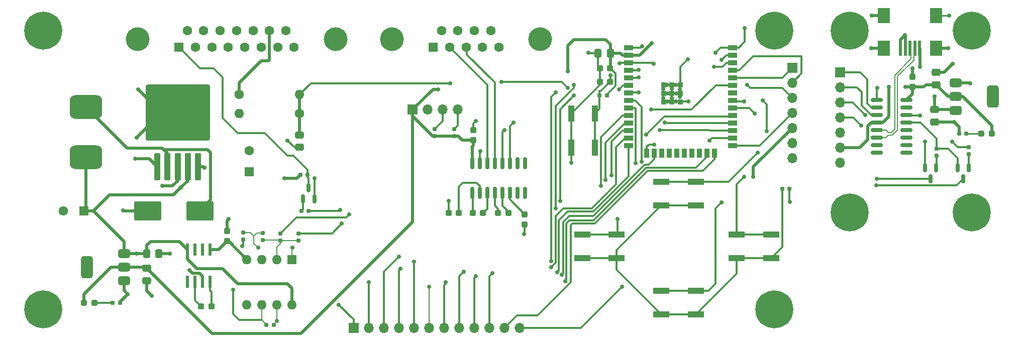
<source format=gbr>
%TF.GenerationSoftware,KiCad,Pcbnew,8.0.4*%
%TF.CreationDate,2024-07-28T20:14:14+02:00*%
%TF.ProjectId,BLDC_driver,424c4443-5f64-4726-9976-65722e6b6963,rev?*%
%TF.SameCoordinates,Original*%
%TF.FileFunction,Copper,L1,Top*%
%TF.FilePolarity,Positive*%
%FSLAX46Y46*%
G04 Gerber Fmt 4.6, Leading zero omitted, Abs format (unit mm)*
G04 Created by KiCad (PCBNEW 8.0.4) date 2024-07-28 20:14:14*
%MOMM*%
%LPD*%
G01*
G04 APERTURE LIST*
G04 Aperture macros list*
%AMRoundRect*
0 Rectangle with rounded corners*
0 $1 Rounding radius*
0 $2 $3 $4 $5 $6 $7 $8 $9 X,Y pos of 4 corners*
0 Add a 4 corners polygon primitive as box body*
4,1,4,$2,$3,$4,$5,$6,$7,$8,$9,$2,$3,0*
0 Add four circle primitives for the rounded corners*
1,1,$1+$1,$2,$3*
1,1,$1+$1,$4,$5*
1,1,$1+$1,$6,$7*
1,1,$1+$1,$8,$9*
0 Add four rect primitives between the rounded corners*
20,1,$1+$1,$2,$3,$4,$5,0*
20,1,$1+$1,$4,$5,$6,$7,0*
20,1,$1+$1,$6,$7,$8,$9,0*
20,1,$1+$1,$8,$9,$2,$3,0*%
G04 Aperture macros list end*
%TA.AperFunction,SMDPad,CuDef*%
%ADD10R,0.500000X2.500000*%
%TD*%
%TA.AperFunction,SMDPad,CuDef*%
%ADD11R,2.000000X2.500000*%
%TD*%
%TA.AperFunction,SMDPad,CuDef*%
%ADD12R,2.800000X1.000000*%
%TD*%
%TA.AperFunction,SMDPad,CuDef*%
%ADD13R,1.000000X2.800000*%
%TD*%
%TA.AperFunction,ComponentPad*%
%ADD14R,1.700000X1.700000*%
%TD*%
%TA.AperFunction,ComponentPad*%
%ADD15O,1.700000X1.700000*%
%TD*%
%TA.AperFunction,SMDPad,CuDef*%
%ADD16RoundRect,0.160000X0.160000X-0.197500X0.160000X0.197500X-0.160000X0.197500X-0.160000X-0.197500X0*%
%TD*%
%TA.AperFunction,SMDPad,CuDef*%
%ADD17RoundRect,0.375000X-0.625000X-0.375000X0.625000X-0.375000X0.625000X0.375000X-0.625000X0.375000X0*%
%TD*%
%TA.AperFunction,SMDPad,CuDef*%
%ADD18RoundRect,0.500000X-0.500000X-1.400000X0.500000X-1.400000X0.500000X1.400000X-0.500000X1.400000X0*%
%TD*%
%TA.AperFunction,SMDPad,CuDef*%
%ADD19RoundRect,0.375000X0.625000X0.375000X-0.625000X0.375000X-0.625000X-0.375000X0.625000X-0.375000X0*%
%TD*%
%TA.AperFunction,SMDPad,CuDef*%
%ADD20RoundRect,0.500000X0.500000X1.400000X-0.500000X1.400000X-0.500000X-1.400000X0.500000X-1.400000X0*%
%TD*%
%TA.AperFunction,SMDPad,CuDef*%
%ADD21RoundRect,0.250000X-2.000000X1.400000X-2.000000X-1.400000X2.000000X-1.400000X2.000000X1.400000X0*%
%TD*%
%TA.AperFunction,SMDPad,CuDef*%
%ADD22R,0.900000X0.900000*%
%TD*%
%TA.AperFunction,SMDPad,CuDef*%
%ADD23R,1.500000X0.900000*%
%TD*%
%TA.AperFunction,SMDPad,CuDef*%
%ADD24R,0.900000X1.500000*%
%TD*%
%TA.AperFunction,SMDPad,CuDef*%
%ADD25RoundRect,0.150000X-0.825000X-0.150000X0.825000X-0.150000X0.825000X0.150000X-0.825000X0.150000X0*%
%TD*%
%TA.AperFunction,SMDPad,CuDef*%
%ADD26RoundRect,0.150000X0.150000X-0.850000X0.150000X0.850000X-0.150000X0.850000X-0.150000X-0.850000X0*%
%TD*%
%TA.AperFunction,SMDPad,CuDef*%
%ADD27R,0.600000X2.000000*%
%TD*%
%TA.AperFunction,ComponentPad*%
%ADD28O,1.600000X1.600000*%
%TD*%
%TA.AperFunction,ComponentPad*%
%ADD29R,1.600000X1.600000*%
%TD*%
%TA.AperFunction,SMDPad,CuDef*%
%ADD30RoundRect,0.250000X0.300000X-2.050000X0.300000X2.050000X-0.300000X2.050000X-0.300000X-2.050000X0*%
%TD*%
%TA.AperFunction,SMDPad,CuDef*%
%ADD31RoundRect,0.250000X2.375000X-2.025000X2.375000X2.025000X-2.375000X2.025000X-2.375000X-2.025000X0*%
%TD*%
%TA.AperFunction,SMDPad,CuDef*%
%ADD32RoundRect,0.250002X5.149998X-4.449998X5.149998X4.449998X-5.149998X4.449998X-5.149998X-4.449998X0*%
%TD*%
%TA.AperFunction,SMDPad,CuDef*%
%ADD33RoundRect,0.160000X0.197500X0.160000X-0.197500X0.160000X-0.197500X-0.160000X0.197500X-0.160000X0*%
%TD*%
%TA.AperFunction,SMDPad,CuDef*%
%ADD34RoundRect,0.160000X-0.197500X-0.160000X0.197500X-0.160000X0.197500X0.160000X-0.197500X0.160000X0*%
%TD*%
%TA.AperFunction,SMDPad,CuDef*%
%ADD35RoundRect,0.160000X-0.160000X0.197500X-0.160000X-0.197500X0.160000X-0.197500X0.160000X0.197500X0*%
%TD*%
%TA.AperFunction,ComponentPad*%
%ADD36C,1.600000*%
%TD*%
%TA.AperFunction,SMDPad,CuDef*%
%ADD37RoundRect,0.150000X-0.150000X0.587500X-0.150000X-0.587500X0.150000X-0.587500X0.150000X0.587500X0*%
%TD*%
%TA.AperFunction,SMDPad,CuDef*%
%ADD38RoundRect,0.150000X0.150000X-0.587500X0.150000X0.587500X-0.150000X0.587500X-0.150000X-0.587500X0*%
%TD*%
%TA.AperFunction,SMDPad,CuDef*%
%ADD39RoundRect,1.000000X-1.750000X1.000000X-1.750000X-1.000000X1.750000X-1.000000X1.750000X1.000000X0*%
%TD*%
%TA.AperFunction,ComponentPad*%
%ADD40C,4.000000*%
%TD*%
%TA.AperFunction,ComponentPad*%
%ADD41C,0.800000*%
%TD*%
%TA.AperFunction,ComponentPad*%
%ADD42C,6.400000*%
%TD*%
%TA.AperFunction,SMDPad,CuDef*%
%ADD43RoundRect,0.237500X-0.287500X-0.237500X0.287500X-0.237500X0.287500X0.237500X-0.287500X0.237500X0*%
%TD*%
%TA.AperFunction,SMDPad,CuDef*%
%ADD44RoundRect,0.237500X0.287500X0.237500X-0.287500X0.237500X-0.287500X-0.237500X0.287500X-0.237500X0*%
%TD*%
%TA.AperFunction,SMDPad,CuDef*%
%ADD45RoundRect,0.237500X0.237500X-0.300000X0.237500X0.300000X-0.237500X0.300000X-0.237500X-0.300000X0*%
%TD*%
%TA.AperFunction,SMDPad,CuDef*%
%ADD46RoundRect,0.250000X0.475000X-0.337500X0.475000X0.337500X-0.475000X0.337500X-0.475000X-0.337500X0*%
%TD*%
%TA.AperFunction,SMDPad,CuDef*%
%ADD47RoundRect,0.250000X-0.475000X0.337500X-0.475000X-0.337500X0.475000X-0.337500X0.475000X0.337500X0*%
%TD*%
%TA.AperFunction,SMDPad,CuDef*%
%ADD48RoundRect,0.237500X-0.237500X0.300000X-0.237500X-0.300000X0.237500X-0.300000X0.237500X0.300000X0*%
%TD*%
%TA.AperFunction,SMDPad,CuDef*%
%ADD49RoundRect,0.237500X0.300000X0.237500X-0.300000X0.237500X-0.300000X-0.237500X0.300000X-0.237500X0*%
%TD*%
%TA.AperFunction,SMDPad,CuDef*%
%ADD50RoundRect,0.237500X-0.300000X-0.237500X0.300000X-0.237500X0.300000X0.237500X-0.300000X0.237500X0*%
%TD*%
%TA.AperFunction,SMDPad,CuDef*%
%ADD51RoundRect,0.250000X-0.337500X-0.475000X0.337500X-0.475000X0.337500X0.475000X-0.337500X0.475000X0*%
%TD*%
%TA.AperFunction,SMDPad,CuDef*%
%ADD52RoundRect,0.250000X0.337500X0.475000X-0.337500X0.475000X-0.337500X-0.475000X0.337500X-0.475000X0*%
%TD*%
%TA.AperFunction,ViaPad*%
%ADD53C,0.700000*%
%TD*%
%TA.AperFunction,Conductor*%
%ADD54C,0.300000*%
%TD*%
%TA.AperFunction,Conductor*%
%ADD55C,0.500000*%
%TD*%
%TA.AperFunction,Conductor*%
%ADD56C,0.200000*%
%TD*%
%TA.AperFunction,Conductor*%
%ADD57C,0.250000*%
%TD*%
G04 APERTURE END LIST*
D10*
%TO.P,J7,1,VBUS*%
%TO.N,/+5V USB*%
X198450000Y-57600000D03*
%TO.P,J7,2,D-*%
%TO.N,/D-*%
X197650000Y-57600000D03*
%TO.P,J7,3,D+*%
%TO.N,/D+*%
X196850000Y-57600000D03*
%TO.P,J7,4,ID*%
%TO.N,GND1*%
X196050000Y-57600000D03*
%TO.P,J7,5,GND*%
X195250000Y-57600000D03*
D11*
%TO.P,J7,6,Shield*%
X201250000Y-57600000D03*
X201250000Y-52100000D03*
X192450000Y-57600000D03*
X192450000Y-52100000D03*
%TD*%
D12*
%TO.P,SW5,1,1*%
%TO.N,/SW4*%
X141615000Y-88975000D03*
X147415000Y-88975000D03*
%TO.P,SW5,2,2*%
%TO.N,Net-(R11-Pad1)*%
X141615000Y-92975000D03*
X147415000Y-92975000D03*
%TD*%
%TO.P,SW4,1,1*%
%TO.N,/SW3*%
X167650000Y-88975000D03*
X173450000Y-88975000D03*
%TO.P,SW4,2,2*%
%TO.N,Net-(R11-Pad1)*%
X167650000Y-92975000D03*
X173450000Y-92975000D03*
%TD*%
%TO.P,SW3,1,1*%
%TO.N,/SW2*%
X154950000Y-98500000D03*
X160750000Y-98500000D03*
%TO.P,SW3,2,2*%
%TO.N,Net-(R11-Pad1)*%
X154950000Y-102500000D03*
X160750000Y-102500000D03*
%TD*%
%TO.P,SW2,1,1*%
%TO.N,/SW1*%
X154950000Y-80085000D03*
X160750000Y-80085000D03*
%TO.P,SW2,2,2*%
%TO.N,Net-(R11-Pad1)*%
X154950000Y-84085000D03*
X160750000Y-84085000D03*
%TD*%
D13*
%TO.P,RESET,1,1*%
%TO.N,GND*%
X139764000Y-74380000D03*
X139764000Y-68580000D03*
%TO.P,RESET,2,2*%
%TO.N,/EN*%
X143764000Y-74380000D03*
X143764000Y-68580000D03*
%TD*%
D14*
%TO.P,J4,1,Pin_1*%
%TO.N,/IO32*%
X103090000Y-104750000D03*
D15*
%TO.P,J4,2,Pin_2*%
%TO.N,/IO33*%
X105630000Y-104750000D03*
%TO.P,J4,3,Pin_3*%
%TO.N,/IO35*%
X108170000Y-104750000D03*
%TO.P,J4,4,Pin_4*%
%TO.N,/IO36*%
X110710000Y-104750000D03*
%TO.P,J4,5,Pin_5*%
%TO.N,/IO39*%
X113250000Y-104750000D03*
%TO.P,J4,6,Pin_6*%
%TO.N,/CTRL*%
X115790000Y-104750000D03*
%TO.P,J4,7,Pin_7*%
%TO.N,/IO15*%
X118330000Y-104750000D03*
%TO.P,J4,8,Pin_8*%
%TO.N,/IO14*%
X120870000Y-104750000D03*
%TO.P,J4,9,Pin_9*%
%TO.N,/IO13*%
X123410000Y-104750000D03*
%TO.P,J4,10,Pin_10*%
%TO.N,/IO12*%
X125950000Y-104750000D03*
%TO.P,J4,11,Pin_11*%
%TO.N,/IO2*%
X128490000Y-104750000D03*
%TO.P,J4,12,Pin_12*%
%TO.N,/IO4*%
X131030000Y-104750000D03*
%TD*%
D16*
%TO.P,R17,1*%
%TO.N,+3.3V*%
X120000000Y-72445000D03*
%TO.P,R17,2*%
%TO.N,/SDA*%
X120000000Y-71250000D03*
%TD*%
%TO.P,R16,1*%
%TO.N,+3.3V*%
X116750000Y-72445000D03*
%TO.P,R16,2*%
%TO.N,/SCL*%
X116750000Y-71250000D03*
%TD*%
D17*
%TO.P,U7,1,GND*%
%TO.N,GND1*%
X204495000Y-63450000D03*
%TO.P,U7,2,VO*%
%TO.N,/+3.3V USB*%
X204495000Y-65750000D03*
%TO.P,U7,3,VI*%
%TO.N,/+5V USB*%
X204495000Y-68050000D03*
D18*
%TO.P,U7,4*%
%TO.N,N/C*%
X210795000Y-65750000D03*
%TD*%
D19*
%TO.P,U3,1,GND*%
%TO.N,GND*%
X64400000Y-96800000D03*
%TO.P,U3,2,VO*%
%TO.N,+3.3V*%
X64400000Y-94500000D03*
%TO.P,U3,3,VI*%
%TO.N,+5V*%
X64400000Y-92200000D03*
D20*
%TO.P,U3,4*%
%TO.N,N/C*%
X58100000Y-94500000D03*
%TD*%
D14*
%TO.P,J6,1,Pin_1*%
%TO.N,/U0RX USB*%
X185025000Y-61650000D03*
D15*
%TO.P,J6,2,Pin_2*%
%TO.N,/U0TX USB*%
X185025000Y-64190000D03*
%TO.P,J6,3,Pin_3*%
%TO.N,/EN USB*%
X185025000Y-66730000D03*
%TO.P,J6,4,Pin_4*%
%TO.N,/GPIO0 USB*%
X185025000Y-69270000D03*
%TO.P,J6,5,Pin_5*%
%TO.N,/+5V USB*%
X185025000Y-71810000D03*
%TO.P,J6,6,Pin_6*%
%TO.N,/+3.3V USB*%
X185025000Y-74350000D03*
%TO.P,J6,7,Pin_7*%
%TO.N,GND1*%
X185025000Y-76890000D03*
%TD*%
D21*
%TO.P,D2,2,A*%
%TO.N,GND*%
X68350000Y-85000000D03*
%TO.P,D2,1,K*%
%TO.N,Net-(D2-K)*%
X77150000Y-85000000D03*
%TD*%
D22*
%TO.P,U1,39,GND_THERMAL*%
%TO.N,GND*%
X158100000Y-66610000D03*
X158100000Y-65210000D03*
X158100000Y-63810000D03*
X156700000Y-66610000D03*
X156700000Y-66610000D03*
X156700000Y-65210000D03*
X156700000Y-63810000D03*
X155300000Y-66610000D03*
X155300000Y-66610000D03*
X155300000Y-65210000D03*
X155300000Y-63810000D03*
X155300000Y-63810000D03*
D23*
%TO.P,U1,38,GND*%
X166950000Y-57490000D03*
%TO.P,U1,37,GPIO23*%
%TO.N,/SW2*%
X166950000Y-58760000D03*
%TO.P,U1,36,GPIO22*%
%TO.N,/SCL*%
X166950000Y-60030000D03*
%TO.P,U1,35,U0TXD/GPIO1*%
%TO.N,/U0TX*%
X166950000Y-61300000D03*
%TO.P,U1,34,U0RXD/GPIO3*%
%TO.N,/U0RX*%
X166950000Y-62570000D03*
%TO.P,U1,33,GPIO21*%
%TO.N,/SDA*%
X166950000Y-63840000D03*
%TO.P,U1,32,NC*%
%TO.N,unconnected-(U1-NC-Pad32)*%
X166950000Y-65110000D03*
%TO.P,U1,31,GPIO19*%
%TO.N,/SW3*%
X166950000Y-66380000D03*
%TO.P,U1,30,GPIO18*%
%TO.N,/SW1*%
X166950000Y-67650000D03*
%TO.P,U1,29,GPIO5*%
%TO.N,/SW4*%
X166950000Y-68920000D03*
%TO.P,U1,28,GPIO17*%
%TO.N,/U2TX*%
X166950000Y-70190000D03*
%TO.P,U1,27,GPIO16*%
%TO.N,/U2RX*%
X166950000Y-71460000D03*
%TO.P,U1,26,ADC2_CH0/GPIO4*%
%TO.N,/IO4*%
X166950000Y-72730000D03*
%TO.P,U1,25,GPIO0/BOOT/ADC2_CH1*%
%TO.N,/GPIO0*%
X166950000Y-74000000D03*
D24*
%TO.P,U1,24,ADC2_CH2/GPIO2*%
%TO.N,/IO2*%
X163910000Y-75250000D03*
%TO.P,U1,23,MTDO/GPIO15/ADC2_CH3*%
%TO.N,/IO15*%
X162640000Y-75250000D03*
%TO.P,U1,22,NC*%
%TO.N,unconnected-(U1-NC-Pad22)*%
X161370000Y-75250000D03*
%TO.P,U1,21,NC*%
%TO.N,unconnected-(U1-NC-Pad21)*%
X160100000Y-75250000D03*
%TO.P,U1,20,NC*%
%TO.N,unconnected-(U1-NC-Pad20)*%
X158830000Y-75250000D03*
%TO.P,U1,19,NC*%
%TO.N,unconnected-(U1-NC-Pad19)*%
X157560000Y-75250000D03*
%TO.P,U1,18,NC*%
%TO.N,unconnected-(U1-NC-Pad18)*%
X156290000Y-75250000D03*
%TO.P,U1,17,NC*%
%TO.N,unconnected-(U1-NC-Pad17)*%
X155020000Y-75250000D03*
%TO.P,U1,16,MTCK/GPIO13/ADC2_CH4*%
%TO.N,/IO13*%
X153750000Y-75250000D03*
%TO.P,U1,15,GND*%
%TO.N,GND*%
X152480000Y-75250000D03*
D23*
%TO.P,U1,14,MTDI/GPIO12/ADC2_CH5*%
%TO.N,/IO12*%
X149450000Y-74000000D03*
%TO.P,U1,13,MTMS/GPIO14/ADC2_CH6*%
%TO.N,/IO14*%
X149450000Y-72730000D03*
%TO.P,U1,12,ADC2_CH7/GPIO27*%
%TO.N,/DIR control*%
X149450000Y-71460000D03*
%TO.P,U1,11,DAC_2/ADC2_CH9/GPIO26*%
%TO.N,/DAC2*%
X149450000Y-70190000D03*
%TO.P,U1,10,DAC_1/ADC2_CH8/GPIO25*%
%TO.N,/DAC1*%
X149450000Y-68920000D03*
%TO.P,U1,9,32K_XN/GPIO33/ADC1_CH5*%
%TO.N,/IO33*%
X149450000Y-67650000D03*
%TO.P,U1,8,32K_XP/GPIO32/ADC1_CH4*%
%TO.N,/IO32*%
X149450000Y-66380000D03*
%TO.P,U1,7,GPIO35/ADC1_CH7*%
%TO.N,/IO35*%
X149450000Y-65110000D03*
%TO.P,U1,6,GPIO34/ADC1_CH6*%
%TO.N,/RPM DIVIDED*%
X149450000Y-63840000D03*
%TO.P,U1,5,SENSOR_VN/GPIO39/ADC1_CH3*%
%TO.N,/IO39*%
X149450000Y-62570000D03*
%TO.P,U1,4,SENSOR_VP/GPIO36/ADC1_CH0*%
%TO.N,/IO36*%
X149450000Y-61300000D03*
%TO.P,U1,3,EN/CHIP_PU*%
%TO.N,/EN*%
X149450000Y-60030000D03*
%TO.P,U1,2,3V3*%
%TO.N,+3.3V*%
X149450000Y-58760000D03*
%TO.P,U1,1,GND*%
%TO.N,GND*%
X149450000Y-57490000D03*
%TD*%
D15*
%TO.P,J3,7,Pin_7*%
%TO.N,GND*%
X177000000Y-76115000D03*
%TO.P,J3,6,Pin_6*%
%TO.N,+3.3V*%
X177000000Y-73575000D03*
%TO.P,J3,5,Pin_5*%
%TO.N,+5V*%
X177000000Y-71035000D03*
%TO.P,J3,4,Pin_4*%
%TO.N,/GPIO0*%
X177000000Y-68495000D03*
%TO.P,J3,3,Pin_3*%
%TO.N,/EN*%
X177000000Y-65955000D03*
%TO.P,J3,2,Pin_2*%
%TO.N,/U0TX*%
X177000000Y-63415000D03*
D14*
%TO.P,J3,1,Pin_1*%
%TO.N,/U0RX*%
X177000000Y-60875000D03*
%TD*%
D25*
%TO.P,U8,16,VCC*%
%TO.N,/+3.3V USB*%
X196225000Y-66305000D03*
%TO.P,U8,15,R232*%
%TO.N,unconnected-(U8-R232-Pad15)*%
X196225000Y-67575000D03*
%TO.P,U8,14,~{RTS}*%
%TO.N,/RTS*%
X196225000Y-68845000D03*
%TO.P,U8,13,~{DTR}*%
%TO.N,/DTR*%
X196225000Y-70115000D03*
%TO.P,U8,12,~{DCD}*%
%TO.N,unconnected-(U8-~{DCD}-Pad12)*%
X196225000Y-71385000D03*
%TO.P,U8,11,~{RI}*%
%TO.N,unconnected-(U8-~{RI}-Pad11)*%
X196225000Y-72655000D03*
%TO.P,U8,10,~{DSR}*%
%TO.N,unconnected-(U8-~{DSR}-Pad10)*%
X196225000Y-73925000D03*
%TO.P,U8,9,~{CTS}*%
%TO.N,unconnected-(U8-~{CTS}-Pad9)*%
X196225000Y-75195000D03*
%TO.P,U8,8,NC*%
%TO.N,unconnected-(U8-NC-Pad8)*%
X191275000Y-75195000D03*
%TO.P,U8,7,NC*%
%TO.N,unconnected-(U8-NC-Pad7)*%
X191275000Y-73925000D03*
%TO.P,U8,6,UD-*%
%TO.N,/D-*%
X191275000Y-72655000D03*
%TO.P,U8,5,UD+*%
%TO.N,/D+*%
X191275000Y-71385000D03*
%TO.P,U8,4,V3*%
%TO.N,/+3.3V USB*%
X191275000Y-70115000D03*
%TO.P,U8,3,RXD*%
%TO.N,/U0TX USB*%
X191275000Y-68845000D03*
%TO.P,U8,2,TXD*%
%TO.N,/U0RX USB*%
X191275000Y-67575000D03*
%TO.P,U8,1,GND*%
%TO.N,GND1*%
X191275000Y-66305000D03*
%TD*%
D26*
%TO.P,U6,1,C1+*%
%TO.N,Net-(U6-C1+)*%
X123055000Y-82000000D03*
%TO.P,U6,2,VS+*%
%TO.N,Net-(U6-VS+)*%
X124325000Y-82000000D03*
%TO.P,U6,3,C1-*%
%TO.N,Net-(U6-C1-)*%
X125595000Y-82000000D03*
%TO.P,U6,4,C2+*%
%TO.N,Net-(U6-C2+)*%
X126865000Y-82000000D03*
%TO.P,U6,5,C2-*%
%TO.N,Net-(U6-C2-)*%
X128135000Y-82000000D03*
%TO.P,U6,6,VS-*%
%TO.N,Net-(U6-VS-)*%
X129405000Y-82000000D03*
%TO.P,U6,7,T2OUT*%
%TO.N,unconnected-(U6-T2OUT-Pad7)*%
X130675000Y-82000000D03*
%TO.P,U6,8,R2IN*%
%TO.N,unconnected-(U6-R2IN-Pad8)*%
X131945000Y-82000000D03*
%TO.P,U6,9,R2OUT*%
%TO.N,unconnected-(U6-R2OUT-Pad9)*%
X131945000Y-77000000D03*
%TO.P,U6,10,T2IN*%
%TO.N,unconnected-(U6-T2IN-Pad10)*%
X130675000Y-77000000D03*
%TO.P,U6,11,T1IN*%
%TO.N,/U2TX*%
X129405000Y-77000000D03*
%TO.P,U6,12,R1OUT*%
%TO.N,/U2RX*%
X128135000Y-77000000D03*
%TO.P,U6,13,R1IN*%
%TO.N,/R1IN*%
X126865000Y-77000000D03*
%TO.P,U6,14,T1OUT*%
%TO.N,/T1OUT*%
X125595000Y-77000000D03*
%TO.P,U6,15,GND*%
%TO.N,GND*%
X124325000Y-77000000D03*
%TO.P,U6,16,VCC*%
%TO.N,+3.3V*%
X123055000Y-77000000D03*
%TD*%
D27*
%TO.P,U5,8,V+*%
%TO.N,+5V*%
X75095000Y-91525000D03*
%TO.P,U5,7,OSC*%
%TO.N,unconnected-(U5-OSC-Pad7)*%
X76365000Y-91525000D03*
%TO.P,U5,6,LV*%
%TO.N,unconnected-(U5-LV-Pad6)*%
X77635000Y-91525000D03*
%TO.P,U5,5,VOUT*%
%TO.N,-5V*%
X78905000Y-91525000D03*
%TO.P,U5,4,CAP-*%
%TO.N,Net-(U5-CAP-)*%
X78905000Y-96975000D03*
%TO.P,U5,3,GND*%
%TO.N,GND*%
X77635000Y-96975000D03*
%TO.P,U5,2,CAP+*%
%TO.N,Net-(U5-CAP+)*%
X76365000Y-96975000D03*
%TO.P,U5,1,NC*%
%TO.N,unconnected-(U5-NC-Pad1)*%
X75095000Y-96975000D03*
%TD*%
D28*
%TO.P,U4,8,V+*%
%TO.N,+5V*%
X92700000Y-100820000D03*
%TO.P,U4,7*%
%TO.N,/CTRL*%
X90160000Y-100820000D03*
%TO.P,U4,6,-*%
%TO.N,Net-(U4B--)*%
X87620000Y-100820000D03*
%TO.P,U4,5,+*%
%TO.N,GND*%
X85080000Y-100820000D03*
%TO.P,U4,4,V-*%
%TO.N,-5V*%
X85080000Y-93200000D03*
%TO.P,U4,3,+*%
%TO.N,GND*%
X87620000Y-93200000D03*
%TO.P,U4,2,-*%
%TO.N,Net-(U4A--)*%
X90160000Y-93200000D03*
D29*
%TO.P,U4,1*%
%TO.N,Net-(R5-Pad2)*%
X92700000Y-93200000D03*
%TD*%
D30*
%TO.P,U2,5,~{ON}/OFF*%
%TO.N,GND*%
X76825000Y-77615000D03*
%TO.P,U2,4,FB*%
%TO.N,+5V*%
X75125000Y-77615000D03*
D31*
%TO.P,U2,3,GND*%
%TO.N,GND*%
X76200000Y-66040000D03*
X70650000Y-66040000D03*
D32*
X73425000Y-68465000D03*
D31*
X76200000Y-70890000D03*
X70650000Y-70890000D03*
D30*
X73425000Y-77615000D03*
%TO.P,U2,2,OUT*%
%TO.N,Net-(D2-K)*%
X71725000Y-77615000D03*
%TO.P,U2,1,VIN*%
%TO.N,+24V*%
X70025000Y-77615000D03*
%TD*%
D16*
%TO.P,R15,1*%
%TO.N,Net-(Q3-G)*%
X206737500Y-75485000D03*
%TO.P,R15,2*%
%TO.N,/RTS*%
X206737500Y-74290000D03*
%TD*%
%TO.P,R14,1*%
%TO.N,Net-(Q2-G)*%
X201300000Y-75722500D03*
%TO.P,R14,2*%
%TO.N,/DTR*%
X201300000Y-74527500D03*
%TD*%
D33*
%TO.P,R13,2*%
%TO.N,GND1*%
X205152500Y-72000000D03*
%TO.P,R13,1*%
%TO.N,Net-(D3-K)*%
X206347500Y-72000000D03*
%TD*%
%TO.P,R12,1*%
%TO.N,/DIR control*%
X95490000Y-85011500D03*
%TO.P,R12,2*%
%TO.N,Net-(Q1-G)*%
X94295000Y-85011500D03*
%TD*%
D34*
%TO.P,R11,1*%
%TO.N,Net-(R11-Pad1)*%
X175335000Y-81280000D03*
%TO.P,R11,2*%
%TO.N,GND*%
X176530000Y-81280000D03*
%TD*%
%TO.P,R10,1*%
%TO.N,+5V*%
X94116000Y-78915500D03*
%TO.P,R10,2*%
%TO.N,/DIR*%
X95311000Y-78915500D03*
%TD*%
D35*
%TO.P,R9,2*%
%TO.N,Net-(U4A--)*%
X93750000Y-89988000D03*
%TO.P,R9,1*%
%TO.N,/DAC2*%
X93750000Y-88793000D03*
%TD*%
%TO.P,R8,2*%
%TO.N,Net-(U4B--)*%
X84500000Y-89835500D03*
%TO.P,R8,1*%
%TO.N,Net-(R5-Pad2)*%
X84500000Y-88640500D03*
%TD*%
%TO.P,R7,2*%
%TO.N,Net-(U4A--)*%
X90750000Y-89988000D03*
%TO.P,R7,1*%
%TO.N,/DAC1*%
X90750000Y-88793000D03*
%TD*%
D34*
%TO.P,R6,2*%
%TO.N,/CTRL*%
X89597500Y-104238000D03*
%TO.P,R6,1*%
%TO.N,Net-(U4B--)*%
X88402500Y-104238000D03*
%TD*%
D16*
%TO.P,R5,2*%
%TO.N,Net-(R5-Pad2)*%
X87750000Y-88738000D03*
%TO.P,R5,1*%
%TO.N,Net-(U4A--)*%
X87750000Y-89933000D03*
%TD*%
D34*
%TO.P,R4,1*%
%TO.N,Net-(D1-K)*%
X62500000Y-100500000D03*
%TO.P,R4,2*%
%TO.N,GND*%
X63695000Y-100500000D03*
%TD*%
D36*
%TO.P,R3,1*%
%TO.N,/RPM DIVIDED*%
X93980000Y-68580000D03*
D28*
%TO.P,R3,2*%
%TO.N,GND*%
X83820000Y-68580000D03*
%TD*%
D33*
%TO.P,R2,2*%
%TO.N,/EN*%
X144538100Y-65532000D03*
%TO.P,R2,1*%
%TO.N,+3.3V*%
X145733100Y-65532000D03*
%TD*%
D36*
%TO.P,R1,1*%
%TO.N,/RPM*%
X83820000Y-65405000D03*
D28*
%TO.P,R1,2*%
%TO.N,/RPM DIVIDED*%
X93980000Y-65405000D03*
%TD*%
D37*
%TO.P,Q3,1,G*%
%TO.N,Net-(Q3-G)*%
X206750000Y-77750000D03*
%TO.P,Q3,2,S*%
%TO.N,/DTR*%
X204850000Y-77750000D03*
%TO.P,Q3,3,D*%
%TO.N,/GPIO0 USB*%
X205800000Y-79625000D03*
%TD*%
%TO.P,Q2,1,G*%
%TO.N,Net-(Q2-G)*%
X201250000Y-77750000D03*
%TO.P,Q2,2,S*%
%TO.N,/RTS*%
X199350000Y-77750000D03*
%TO.P,Q2,3,D*%
%TO.N,/EN USB*%
X200300000Y-79625000D03*
%TD*%
D38*
%TO.P,Q1,1,G*%
%TO.N,Net-(Q1-G)*%
X94554000Y-82979500D03*
%TO.P,Q1,2,S*%
%TO.N,GND*%
X96454000Y-82979500D03*
%TO.P,Q1,3,D*%
%TO.N,/DIR*%
X95504000Y-81104500D03*
%TD*%
D39*
%TO.P,L1,2,2*%
%TO.N,+5V*%
X58000000Y-76000000D03*
%TO.P,L1,1,1*%
%TO.N,Net-(D2-K)*%
X58000000Y-67500000D03*
%TD*%
D40*
%TO.P,J5,0,PAD*%
%TO.N,GND*%
X134535000Y-56030000D03*
X109535000Y-56030000D03*
D29*
%TO.P,J5,1,1*%
%TO.N,unconnected-(J5-Pad1)*%
X116495000Y-57450000D03*
D36*
%TO.P,J5,2,2*%
%TO.N,/T1OUT*%
X119265000Y-57450000D03*
%TO.P,J5,3,3*%
%TO.N,/R1IN*%
X122035000Y-57450000D03*
%TO.P,J5,4,4*%
%TO.N,unconnected-(J5-Pad4)*%
X124805000Y-57450000D03*
%TO.P,J5,5,5*%
%TO.N,GND*%
X127575000Y-57450000D03*
%TO.P,J5,6,6*%
%TO.N,unconnected-(J5-Pad6)*%
X117880000Y-54610000D03*
%TO.P,J5,7,7*%
%TO.N,unconnected-(J5-Pad7)*%
X120650000Y-54610000D03*
%TO.P,J5,8,8*%
%TO.N,unconnected-(J5-Pad8)*%
X123420000Y-54610000D03*
%TO.P,J5,9,9*%
%TO.N,unconnected-(J5-Pad9)*%
X126190000Y-54610000D03*
%TD*%
D14*
%TO.P,J2,1,Pin_1*%
%TO.N,+3.3V*%
X113030000Y-67945000D03*
D15*
%TO.P,J2,2,Pin_2*%
%TO.N,GND*%
X115570000Y-67945000D03*
%TO.P,J2,3,Pin_3*%
%TO.N,/SCL*%
X118110000Y-67945000D03*
%TO.P,J2,4,Pin_4*%
%TO.N,/SDA*%
X120650000Y-67945000D03*
%TD*%
D41*
%TO.P,H4,1,1*%
%TO.N,GND*%
X171590000Y-101600000D03*
X172292944Y-99902944D03*
X172292944Y-103297056D03*
X173990000Y-99200000D03*
D42*
X173990000Y-101600000D03*
D41*
X173990000Y-104000000D03*
X175687056Y-99902944D03*
X175687056Y-103297056D03*
X176390000Y-101600000D03*
%TD*%
%TO.P,H3,1,1*%
%TO.N,GND*%
X171590000Y-54610000D03*
X172292944Y-52912944D03*
X172292944Y-56307056D03*
X173990000Y-52210000D03*
D42*
X173990000Y-54610000D03*
D41*
X173990000Y-57010000D03*
X175687056Y-52912944D03*
X175687056Y-56307056D03*
X176390000Y-54610000D03*
%TD*%
%TO.P,H8,1,1*%
%TO.N,GND1*%
X209617944Y-85250000D03*
X208915000Y-86947056D03*
X208915000Y-83552944D03*
X207217944Y-87650000D03*
D42*
X207217944Y-85250000D03*
D41*
X207217944Y-82850000D03*
X205520888Y-86947056D03*
X205520888Y-83552944D03*
X204817944Y-85250000D03*
%TD*%
%TO.P,H7,1,1*%
%TO.N,GND1*%
X204817944Y-54610000D03*
X205520888Y-52912944D03*
X205520888Y-56307056D03*
X207217944Y-52210000D03*
D42*
X207217944Y-54610000D03*
D41*
X207217944Y-57010000D03*
X208915000Y-52912944D03*
X208915000Y-56307056D03*
X209617944Y-54610000D03*
%TD*%
%TO.P,H2,1,1*%
%TO.N,GND*%
X48400000Y-54610000D03*
X49102944Y-52912944D03*
X49102944Y-56307056D03*
X50800000Y-52210000D03*
D42*
X50800000Y-54610000D03*
D41*
X50800000Y-57010000D03*
X52497056Y-52912944D03*
X52497056Y-56307056D03*
X53200000Y-54610000D03*
%TD*%
%TO.P,H1,1,1*%
%TO.N,GND*%
X53200000Y-101600000D03*
X52497056Y-103297056D03*
X52497056Y-99902944D03*
X50800000Y-104000000D03*
D42*
X50800000Y-101600000D03*
D41*
X50800000Y-99200000D03*
X49102944Y-103297056D03*
X49102944Y-99902944D03*
X48400000Y-101600000D03*
%TD*%
%TO.P,H6,1,1*%
%TO.N,GND1*%
X184290000Y-54610000D03*
X184992944Y-52912944D03*
X184992944Y-56307056D03*
X186690000Y-52210000D03*
D42*
X186690000Y-54610000D03*
D41*
X186690000Y-57010000D03*
X188387056Y-52912944D03*
X188387056Y-56307056D03*
X189090000Y-54610000D03*
%TD*%
%TO.P,H5,1,1*%
%TO.N,GND1*%
X189090000Y-85250000D03*
X188387056Y-86947056D03*
X188387056Y-83552944D03*
X186690000Y-87650000D03*
D42*
X186690000Y-85250000D03*
D41*
X186690000Y-82850000D03*
X184992944Y-86947056D03*
X184992944Y-83552944D03*
X184290000Y-85250000D03*
%TD*%
D43*
%TO.P,D3,2,A*%
%TO.N,/+3.3V USB*%
X210625000Y-72000000D03*
%TO.P,D3,1,K*%
%TO.N,Net-(D3-K)*%
X208875000Y-72000000D03*
%TD*%
D44*
%TO.P,D1,1,K*%
%TO.N,Net-(D1-K)*%
X59375000Y-100500000D03*
%TO.P,D1,2,A*%
%TO.N,+3.3V*%
X57625000Y-100500000D03*
%TD*%
D45*
%TO.P,C19,1*%
%TO.N,/+3.3V USB*%
X197250000Y-64112500D03*
%TO.P,C19,2*%
%TO.N,GND1*%
X197250000Y-62387500D03*
%TD*%
D46*
%TO.P,C18,1*%
%TO.N,/+3.3V USB*%
X201250000Y-63750000D03*
%TO.P,C18,2*%
%TO.N,GND1*%
X201250000Y-61675000D03*
%TD*%
D47*
%TO.P,C17,2*%
%TO.N,GND1*%
X201000000Y-70037500D03*
%TO.P,C17,1*%
%TO.N,/+5V USB*%
X201000000Y-67962500D03*
%TD*%
D48*
%TO.P,C16,1*%
%TO.N,Net-(U6-VS-)*%
X131915000Y-85590000D03*
%TO.P,C16,2*%
%TO.N,GND*%
X131915000Y-87315000D03*
%TD*%
D49*
%TO.P,C15,1*%
%TO.N,Net-(U6-VS+)*%
X120787500Y-85378000D03*
%TO.P,C15,2*%
%TO.N,GND*%
X119062500Y-85378000D03*
%TD*%
D50*
%TO.P,C14,1*%
%TO.N,Net-(U6-C1+)*%
X123137500Y-85378000D03*
%TO.P,C14,2*%
%TO.N,Net-(U6-C1-)*%
X124862500Y-85378000D03*
%TD*%
%TO.P,C13,1*%
%TO.N,Net-(U6-C2+)*%
X127422000Y-85378000D03*
%TO.P,C13,2*%
%TO.N,Net-(U6-C2-)*%
X129147000Y-85378000D03*
%TD*%
D45*
%TO.P,C12,1*%
%TO.N,+3.3V*%
X123250000Y-73112500D03*
%TO.P,C12,2*%
%TO.N,GND*%
X123250000Y-71387500D03*
%TD*%
D36*
%TO.P,C11,2*%
%TO.N,GND*%
X54152651Y-85000000D03*
D29*
%TO.P,C11,1*%
%TO.N,+5V*%
X57652651Y-85000000D03*
%TD*%
D49*
%TO.P,C10,2*%
%TO.N,GND*%
X144579000Y-63246000D03*
%TO.P,C10,1*%
%TO.N,/EN*%
X146304000Y-63246000D03*
%TD*%
D36*
%TO.P,C9,2*%
%TO.N,GND*%
X85500000Y-74902651D03*
D29*
%TO.P,C9,1*%
%TO.N,+24V*%
X85500000Y-78402651D03*
%TD*%
D50*
%TO.P,C8,1*%
%TO.N,Net-(U5-CAP+)*%
X77387500Y-101112500D03*
%TO.P,C8,2*%
%TO.N,Net-(U5-CAP-)*%
X79112500Y-101112500D03*
%TD*%
D47*
%TO.P,C6,1*%
%TO.N,/RPM DIVIDED*%
X93980000Y-72212500D03*
%TO.P,C6,2*%
%TO.N,GND*%
X93980000Y-74287500D03*
%TD*%
%TO.P,C5,1*%
%TO.N,+3.3V*%
X68250000Y-94712500D03*
%TO.P,C5,2*%
%TO.N,GND*%
X68250000Y-96787500D03*
%TD*%
D51*
%TO.P,C4,1*%
%TO.N,+5V*%
X68212500Y-92250000D03*
%TO.P,C4,2*%
%TO.N,GND*%
X70287500Y-92250000D03*
%TD*%
D48*
%TO.P,C3,1*%
%TO.N,GND*%
X81750000Y-88387500D03*
%TO.P,C3,2*%
%TO.N,-5V*%
X81750000Y-90112500D03*
%TD*%
D49*
%TO.P,C2,2*%
%TO.N,GND*%
X144579000Y-60960000D03*
%TO.P,C2,1*%
%TO.N,+3.3V*%
X146304000Y-60960000D03*
%TD*%
D52*
%TO.P,C1,2*%
%TO.N,GND*%
X144272000Y-58420000D03*
%TO.P,C1,1*%
%TO.N,+3.3V*%
X146347000Y-58420000D03*
%TD*%
D40*
%TO.P,J1,0,PAD*%
%TO.N,GND*%
X100010000Y-56030000D03*
X66710000Y-56030000D03*
D29*
%TO.P,J1,1,1*%
%TO.N,/DIR*%
X73665000Y-57450000D03*
D36*
%TO.P,J1,2,2*%
%TO.N,unconnected-(J1-Pad2)*%
X76435000Y-57450000D03*
%TO.P,J1,3,3*%
%TO.N,unconnected-(J1-Pad3)*%
X79205000Y-57450000D03*
%TO.P,J1,4,4*%
%TO.N,unconnected-(J1-Pad4)*%
X81975000Y-57450000D03*
%TO.P,J1,5,5*%
%TO.N,unconnected-(J1-Pad5)*%
X84745000Y-57450000D03*
%TO.P,J1,6,6*%
%TO.N,unconnected-(J1-Pad6)*%
X87515000Y-57450000D03*
%TO.P,J1,7,7*%
%TO.N,unconnected-(J1-Pad7)*%
X90285000Y-57450000D03*
%TO.P,J1,8,8*%
%TO.N,unconnected-(J1-Pad8)*%
X93055000Y-57450000D03*
%TO.P,J1,9,P9*%
%TO.N,/CTRL*%
X75050000Y-54610000D03*
%TO.P,J1,10,P10*%
%TO.N,unconnected-(J1-P10-Pad10)*%
X77820000Y-54610000D03*
%TO.P,J1,11,P111*%
%TO.N,unconnected-(J1-P111-Pad11)*%
X80590000Y-54610000D03*
%TO.P,J1,12,P12*%
%TO.N,GND*%
X83360000Y-54610000D03*
%TO.P,J1,13,P13*%
%TO.N,+24V*%
X86130000Y-54610000D03*
%TO.P,J1,14,P14*%
%TO.N,/RPM*%
X88900000Y-54610000D03*
%TO.P,J1,15,P15*%
%TO.N,unconnected-(J1-P15-Pad15)*%
X91670000Y-54610000D03*
%TD*%
D53*
%TO.N,GND1*%
X204317600Y-70053200D03*
%TO.N,GND*%
X64211200Y-84937600D03*
X139801600Y-76911200D03*
X142646400Y-58369200D03*
%TO.N,/EN*%
X146354800Y-62128400D03*
X147929600Y-60096400D03*
%TO.N,GND*%
X172720000Y-71577200D03*
X169011600Y-54203600D03*
X176631600Y-83464400D03*
X159512000Y-66598800D03*
X159410400Y-59436000D03*
X153771600Y-73812400D03*
X164084000Y-58318400D03*
X151681914Y-57244714D03*
X156006800Y-65176400D03*
X157429200Y-65176400D03*
X156718000Y-65938400D03*
X156006800Y-66598800D03*
X157378400Y-66598800D03*
X158089600Y-65836800D03*
X158089600Y-64516000D03*
X157378400Y-63804800D03*
X155905200Y-63804800D03*
X156718000Y-64465200D03*
X155295600Y-64465200D03*
X155295600Y-65989200D03*
X123698000Y-69850000D03*
X124460000Y-74930000D03*
X131826000Y-88900000D03*
X119126000Y-83312000D03*
%TO.N,Net-(U4B--)*%
X84328000Y-90932000D03*
X82804000Y-98298000D03*
%TO.N,GND*%
X82042000Y-86360000D03*
X65024000Y-99060000D03*
X69088000Y-99314000D03*
X72136000Y-92202000D03*
X75438000Y-94996000D03*
X70866000Y-80772000D03*
X77978000Y-77724000D03*
X66548000Y-72644000D03*
X66802000Y-64516000D03*
X96520000Y-79502000D03*
X91948000Y-73152000D03*
%TO.N,/IO32*%
X100584000Y-100838000D03*
X151638000Y-76708000D03*
%TO.N,/IO39*%
X113284000Y-93615000D03*
X137160000Y-84582000D03*
X140208000Y-63754000D03*
X151130000Y-62484000D03*
%TO.N,/RPM DIVIDED*%
X119380000Y-63500000D03*
X139192000Y-64262000D03*
X147828000Y-64516000D03*
X128016000Y-63246000D03*
%TO.N,/IO36*%
X110998000Y-94742000D03*
X136398000Y-93472000D03*
X137160000Y-65024000D03*
X151130000Y-61214000D03*
%TO.N,/IO33*%
X105664000Y-97028000D03*
X150622000Y-76962000D03*
%TO.N,/DAC1*%
X102362000Y-85598000D03*
X144780000Y-80772000D03*
%TO.N,/DAC2*%
X145542000Y-79756000D03*
%TO.N,/DIR control*%
X100838000Y-84836000D03*
X146558000Y-78994000D03*
%TO.N,/IO14*%
X121666000Y-95250000D03*
X136398000Y-94488000D03*
%TO.N,/IO12*%
X126492000Y-95504000D03*
X137371014Y-95355507D03*
%TO.N,/IO13*%
X123698000Y-96012000D03*
X138176000Y-95758000D03*
%TO.N,/IO15*%
X118618000Y-97028000D03*
X138746000Y-96914025D03*
%TO.N,/SCL*%
X163830000Y-60706000D03*
%TO.N,/SDA*%
X153263600Y-67945000D03*
%TO.N,/SW2*%
X165100000Y-59560000D03*
%TO.N,/IO4*%
X148336000Y-97790000D03*
X163068000Y-73152000D03*
%TO.N,/SW2*%
X165100000Y-83566000D03*
%TO.N,/SW4*%
X147574000Y-86360000D03*
X152400000Y-72136000D03*
%TO.N,/SW3*%
X168910000Y-79248000D03*
X168910000Y-66548000D03*
%TO.N,/SW1*%
X171196000Y-75184000D03*
X170688000Y-68580000D03*
%TO.N,/EN*%
X153670000Y-60198000D03*
X169418000Y-63754000D03*
%TO.N,+5V*%
X170434000Y-79248000D03*
X66548000Y-92200000D03*
%TO.N,+3.3V*%
X153289000Y-56769000D03*
X139192000Y-61468000D03*
X117348000Y-64516000D03*
%TO.N,/CTRL*%
X115824000Y-97790000D03*
X90160000Y-103578000D03*
%TO.N,+24V*%
X66294000Y-76200000D03*
%TO.N,+5V*%
X91440000Y-79502000D03*
X74014000Y-81026000D03*
%TO.N,/U2TX*%
X130048000Y-70104000D03*
X155549600Y-70104000D03*
%TO.N,/U2RX*%
X128524000Y-71374000D03*
X154686000Y-71374000D03*
%TO.N,/GPIO0 USB*%
X191112500Y-80712500D03*
%TO.N,/EN USB*%
X191250000Y-79625000D03*
%TO.N,Net-(R5-Pad2)*%
X92750000Y-91238000D03*
X87000000Y-91238000D03*
%TO.N,GND1*%
X204000000Y-60250000D03*
%TO.N,/+5V USB*%
X201000000Y-65750000D03*
X198500000Y-60750000D03*
%TO.N,/EN USB*%
X189282525Y-68817475D03*
%TO.N,GND1*%
X191300000Y-64300000D03*
%TO.N,/+3.3V USB*%
X193300000Y-64100000D03*
X196100000Y-64100000D03*
%TO.N,/RTS*%
X203900000Y-73300000D03*
X199350000Y-73300000D03*
X198500000Y-68900000D03*
%TO.N,GND1*%
X196000000Y-55400000D03*
X203300000Y-57600000D03*
X190300000Y-57600000D03*
X190400000Y-52100000D03*
X203400000Y-52100000D03*
X207000000Y-63500000D03*
X197250000Y-61000000D03*
%TO.N,/GPIO0 USB*%
X188600000Y-70600000D03*
%TO.N,/DAC2*%
X101092000Y-87122000D03*
%TO.N,/IO35*%
X151130000Y-65024000D03*
X110744000Y-92710000D03*
X137860000Y-83312000D03*
X140208000Y-65532000D03*
%TO.N,GND*%
X172008800Y-66395600D03*
%TD*%
D54*
%TO.N,GND*%
X158111200Y-66598800D02*
X158100000Y-66610000D01*
X159512000Y-66598800D02*
X158111200Y-66598800D01*
D55*
%TO.N,GND1*%
X204303200Y-70053200D02*
X204250000Y-70000000D01*
X204317600Y-70053200D02*
X204303200Y-70053200D01*
X204317600Y-70067600D02*
X204317600Y-70053200D01*
%TO.N,GND*%
X64273600Y-85000000D02*
X64211200Y-84937600D01*
X68350000Y-85000000D02*
X64273600Y-85000000D01*
D54*
X139764000Y-76873600D02*
X139801600Y-76911200D01*
X139764000Y-74380000D02*
X139764000Y-76873600D01*
X142697200Y-58420000D02*
X142646400Y-58369200D01*
X144272000Y-58420000D02*
X142697200Y-58420000D01*
X144272000Y-60653000D02*
X144579000Y-60960000D01*
X144272000Y-58420000D02*
X144272000Y-60653000D01*
X144579000Y-63246000D02*
X144579000Y-60960000D01*
X144579000Y-63765000D02*
X144579000Y-63246000D01*
X139764000Y-68580000D02*
X144579000Y-63765000D01*
%TO.N,/EN*%
X144538100Y-67805900D02*
X143764000Y-68580000D01*
X144538100Y-65532000D02*
X144538100Y-67805900D01*
%TO.N,+3.3V*%
X147191500Y-63961784D02*
X147191500Y-61847500D01*
X147191500Y-61847500D02*
X146304000Y-60960000D01*
X145733100Y-65420184D02*
X147191500Y-63961784D01*
X145733100Y-65532000D02*
X145733100Y-65420184D01*
%TO.N,/EN*%
X144538100Y-64985300D02*
X144538100Y-65532000D01*
X144526000Y-64973200D02*
X144538100Y-64985300D01*
X144526000Y-64820800D02*
X144526000Y-64973200D01*
X144729200Y-64820800D02*
X144526000Y-64820800D01*
X146304000Y-63246000D02*
X144729200Y-64820800D01*
X146354800Y-63195200D02*
X146304000Y-63246000D01*
X146354800Y-62128400D02*
X146354800Y-63195200D01*
X147996000Y-60030000D02*
X147929600Y-60096400D01*
X148400000Y-60030000D02*
X147996000Y-60030000D01*
%TO.N,GND*%
X169011600Y-56489600D02*
X169011600Y-54203600D01*
X168503600Y-56997600D02*
X169011600Y-56489600D01*
X168011200Y-57490000D02*
X168503600Y-56997600D01*
X166950000Y-57490000D02*
X168011200Y-57490000D01*
X176530000Y-83362800D02*
X176631600Y-83464400D01*
X176530000Y-81280000D02*
X176530000Y-83362800D01*
%TO.N,/SDA*%
X164125000Y-63840000D02*
X166950000Y-63840000D01*
X160020000Y-67945000D02*
X164125000Y-63840000D01*
X153263600Y-67945000D02*
X160020000Y-67945000D01*
%TO.N,/U2RX*%
X163154000Y-71460000D02*
X166950000Y-71460000D01*
X163068000Y-71374000D02*
X163154000Y-71460000D01*
X154686000Y-71374000D02*
X163068000Y-71374000D01*
%TO.N,/U2TX*%
X155549600Y-70104000D02*
X155635600Y-70190000D01*
X155635600Y-70190000D02*
X166950000Y-70190000D01*
%TO.N,/SW4*%
X166782000Y-69088000D02*
X155448000Y-69088000D01*
X155448000Y-69088000D02*
X152400000Y-72136000D01*
X166950000Y-68920000D02*
X166782000Y-69088000D01*
%TO.N,GND*%
X158100000Y-60746400D02*
X158100000Y-63810000D01*
X159410400Y-59436000D02*
X158100000Y-60746400D01*
X152867600Y-73812400D02*
X153771600Y-73812400D01*
X152480000Y-74200000D02*
X152867600Y-73812400D01*
X152480000Y-75250000D02*
X152480000Y-74200000D01*
X164912400Y-57490000D02*
X164084000Y-58318400D01*
X166950000Y-57490000D02*
X164912400Y-57490000D01*
X151436628Y-57490000D02*
X151681914Y-57244714D01*
X149450000Y-57490000D02*
X151436628Y-57490000D01*
X123250000Y-70298000D02*
X123698000Y-69850000D01*
X123250000Y-71387500D02*
X123250000Y-70298000D01*
X124325000Y-75065000D02*
X124460000Y-74930000D01*
X124325000Y-77000000D02*
X124325000Y-75065000D01*
X131915000Y-88811000D02*
X131826000Y-88900000D01*
X131915000Y-87315000D02*
X131915000Y-88811000D01*
X119062500Y-83375500D02*
X119126000Y-83312000D01*
X119062500Y-85378000D02*
X119062500Y-83375500D01*
%TO.N,Net-(U4B--)*%
X83800000Y-103358000D02*
X87620000Y-103358000D01*
X82804000Y-102362000D02*
X83800000Y-103358000D01*
X82804000Y-98298000D02*
X82804000Y-102362000D01*
X84500000Y-90760000D02*
X84328000Y-90932000D01*
X84500000Y-89835500D02*
X84500000Y-90760000D01*
D55*
%TO.N,GND*%
X81750000Y-86652000D02*
X82042000Y-86360000D01*
X81750000Y-88387500D02*
X81750000Y-86652000D01*
X63695000Y-100389000D02*
X65024000Y-99060000D01*
X63695000Y-100500000D02*
X63695000Y-100389000D01*
X64400000Y-98436000D02*
X65024000Y-99060000D01*
X64400000Y-96800000D02*
X64400000Y-98436000D01*
X68250000Y-98476000D02*
X69088000Y-99314000D01*
X68250000Y-96787500D02*
X68250000Y-98476000D01*
X72088000Y-92250000D02*
X72136000Y-92202000D01*
X70287500Y-92250000D02*
X72088000Y-92250000D01*
X75946000Y-95504000D02*
X75438000Y-94996000D01*
X77094000Y-95504000D02*
X75946000Y-95504000D01*
X77635000Y-96045000D02*
X77094000Y-95504000D01*
X77635000Y-96975000D02*
X77635000Y-96045000D01*
X73425000Y-79915000D02*
X72568000Y-80772000D01*
X72568000Y-80772000D02*
X70866000Y-80772000D01*
X73425000Y-77615000D02*
X73425000Y-79915000D01*
%TO.N,+5V*%
X61954000Y-82296000D02*
X59250000Y-85000000D01*
X72744000Y-82296000D02*
X61954000Y-82296000D01*
X74014000Y-81026000D02*
X72744000Y-82296000D01*
%TO.N,GND*%
X77869000Y-77615000D02*
X77978000Y-77724000D01*
X76825000Y-77615000D02*
X77869000Y-77615000D01*
X68302000Y-70890000D02*
X66548000Y-72644000D01*
X70650000Y-70890000D02*
X68302000Y-70890000D01*
X68326000Y-66040000D02*
X66802000Y-64516000D01*
X70650000Y-66040000D02*
X68326000Y-66040000D01*
D54*
X96454000Y-79568000D02*
X96520000Y-79502000D01*
X96454000Y-82979500D02*
X96454000Y-79568000D01*
X93083500Y-74287500D02*
X91948000Y-73152000D01*
X93980000Y-74287500D02*
X93083500Y-74287500D01*
%TO.N,/IO32*%
X100584000Y-100838000D02*
X103090000Y-103344000D01*
X103090000Y-103344000D02*
X103090000Y-104750000D01*
X150500000Y-66380000D02*
X151638000Y-67518000D01*
X151638000Y-67518000D02*
X151638000Y-76708000D01*
X149450000Y-66380000D02*
X150500000Y-66380000D01*
%TO.N,/IO35*%
X149536000Y-65024000D02*
X149450000Y-65110000D01*
X151130000Y-65024000D02*
X149536000Y-65024000D01*
%TO.N,/IO39*%
X113284000Y-93615000D02*
X113250000Y-93649000D01*
X140208000Y-64262000D02*
X137160000Y-67310000D01*
X140208000Y-63754000D02*
X140208000Y-64262000D01*
X137160000Y-67310000D02*
X137160000Y-84582000D01*
X151044000Y-62570000D02*
X151130000Y-62484000D01*
X149450000Y-62570000D02*
X151044000Y-62570000D01*
X113250000Y-93649000D02*
X113250000Y-104750000D01*
D55*
%TO.N,+3.3V*%
X151298000Y-58760000D02*
X149450000Y-58760000D01*
X153289000Y-56769000D02*
X151298000Y-58760000D01*
D54*
%TO.N,/RPM DIVIDED*%
X95885000Y-63500000D02*
X93980000Y-65405000D01*
X119380000Y-63500000D02*
X95885000Y-63500000D01*
X135128000Y-63246000D02*
X128016000Y-63246000D01*
X138176000Y-63246000D02*
X135128000Y-63246000D01*
X139192000Y-64262000D02*
X138176000Y-63246000D01*
X148504000Y-63840000D02*
X147828000Y-64516000D01*
X149450000Y-63840000D02*
X148504000Y-63840000D01*
%TO.N,/IO2*%
X130624000Y-102616000D02*
X128490000Y-104750000D01*
X134112000Y-102616000D02*
X130624000Y-102616000D01*
X139700000Y-87376000D02*
X139700000Y-97028000D01*
X139954000Y-87122000D02*
X139700000Y-87376000D01*
X139700000Y-97028000D02*
X134112000Y-102616000D01*
X143764000Y-87122000D02*
X139954000Y-87122000D01*
X152654000Y-78232000D02*
X143764000Y-87122000D01*
X161978000Y-78232000D02*
X152654000Y-78232000D01*
X163910000Y-75250000D02*
X163910000Y-76300000D01*
X163910000Y-76300000D02*
X161978000Y-78232000D01*
%TO.N,/IO15*%
X138938000Y-97028000D02*
X138859975Y-97028000D01*
X152400000Y-77724000D02*
X143510000Y-86614000D01*
X138938000Y-87122000D02*
X138938000Y-97028000D01*
X160796000Y-77724000D02*
X152400000Y-77724000D01*
X143510000Y-86614000D02*
X139446000Y-86614000D01*
X138859975Y-97028000D02*
X138746000Y-96914025D01*
X162640000Y-75880000D02*
X160796000Y-77724000D01*
X139446000Y-86614000D02*
X138938000Y-87122000D01*
X162640000Y-75250000D02*
X162640000Y-75880000D01*
%TO.N,/IO13*%
X138430000Y-95504000D02*
X138176000Y-95758000D01*
X152146000Y-77216000D02*
X143510000Y-85852000D01*
X139446000Y-85852000D02*
X138430000Y-86868000D01*
X152834000Y-77216000D02*
X152146000Y-77216000D01*
X138430000Y-86868000D02*
X138430000Y-95504000D01*
X153750000Y-76300000D02*
X152834000Y-77216000D01*
X143510000Y-85852000D02*
X139446000Y-85852000D01*
X153750000Y-75250000D02*
X153750000Y-76300000D01*
%TO.N,/IO12*%
X149450000Y-79150000D02*
X149450000Y-74000000D01*
X139192000Y-85090000D02*
X143510000Y-85090000D01*
X143510000Y-85090000D02*
X149450000Y-79150000D01*
X137668000Y-86614000D02*
X139192000Y-85090000D01*
X137668000Y-95058521D02*
X137668000Y-86614000D01*
X137371014Y-95355507D02*
X137668000Y-95058521D01*
%TO.N,/IO14*%
X147320000Y-74230000D02*
X148820000Y-72730000D01*
X148820000Y-72730000D02*
X149450000Y-72730000D01*
X147320000Y-80518000D02*
X147320000Y-74230000D01*
X138430000Y-84582000D02*
X143256000Y-84582000D01*
X137160000Y-85852000D02*
X138430000Y-84582000D01*
X136398000Y-94488000D02*
X137160000Y-93726000D01*
X137160000Y-93726000D02*
X137160000Y-85852000D01*
X143256000Y-84582000D02*
X147320000Y-80518000D01*
%TO.N,/IO36*%
X110998000Y-94742000D02*
X110710000Y-95030000D01*
X136398000Y-65786000D02*
X136398000Y-93472000D01*
X137160000Y-65024000D02*
X136398000Y-65786000D01*
X151044000Y-61300000D02*
X151130000Y-61214000D01*
X149450000Y-61300000D02*
X151044000Y-61300000D01*
X110710000Y-95030000D02*
X110710000Y-104750000D01*
%TO.N,/IO33*%
X105630000Y-97062000D02*
X105630000Y-104750000D01*
X105664000Y-97028000D02*
X105630000Y-97062000D01*
X150622000Y-67772000D02*
X150622000Y-76962000D01*
X150500000Y-67650000D02*
X150622000Y-67772000D01*
X149450000Y-67650000D02*
X150500000Y-67650000D01*
%TO.N,/IO14*%
X121666000Y-95250000D02*
X120870000Y-96046000D01*
X120870000Y-96046000D02*
X120870000Y-104750000D01*
%TO.N,/IO12*%
X126492000Y-95504000D02*
X125950000Y-96046000D01*
X125950000Y-96046000D02*
X125950000Y-104750000D01*
%TO.N,/DAC1*%
X93437000Y-86106000D02*
X90750000Y-88793000D01*
X102362000Y-85598000D02*
X101854000Y-86106000D01*
X101854000Y-86106000D02*
X93437000Y-86106000D01*
%TO.N,/DAC2*%
X101092000Y-87122000D02*
X99421000Y-88793000D01*
X99421000Y-88793000D02*
X93750000Y-88793000D01*
%TO.N,/DAC1*%
X144780000Y-72540000D02*
X144780000Y-80772000D01*
X148400000Y-68920000D02*
X144780000Y-72540000D01*
X149450000Y-68920000D02*
X148400000Y-68920000D01*
%TO.N,/DAC2*%
X145542000Y-73468000D02*
X145542000Y-79756000D01*
X148820000Y-70190000D02*
X145542000Y-73468000D01*
X149450000Y-70190000D02*
X148820000Y-70190000D01*
%TO.N,/DIR control*%
X100838000Y-84836000D02*
X100662500Y-85011500D01*
X100662500Y-85011500D02*
X95490000Y-85011500D01*
X146558000Y-73302000D02*
X146558000Y-78994000D01*
X148400000Y-71460000D02*
X146558000Y-73302000D01*
X149450000Y-71460000D02*
X148400000Y-71460000D01*
%TO.N,/IO13*%
X123410000Y-96300000D02*
X123410000Y-104750000D01*
X123698000Y-96012000D02*
X123410000Y-96300000D01*
%TO.N,/IO15*%
X118330000Y-97570000D02*
X118330000Y-104750000D01*
X118618000Y-97028000D02*
X118618000Y-97282000D01*
X118618000Y-97282000D02*
X118330000Y-97570000D01*
%TO.N,/SCL*%
X163830000Y-60706000D02*
X165224000Y-60706000D01*
X165224000Y-60706000D02*
X165900000Y-60030000D01*
X165900000Y-60030000D02*
X166950000Y-60030000D01*
X118110000Y-69890000D02*
X116750000Y-71250000D01*
X118110000Y-67945000D02*
X118110000Y-69890000D01*
%TO.N,/SDA*%
X120650000Y-70600000D02*
X120000000Y-71250000D01*
X120650000Y-67945000D02*
X120650000Y-70600000D01*
%TO.N,/IO4*%
X163490000Y-72730000D02*
X166950000Y-72730000D01*
X163068000Y-73152000D02*
X163490000Y-72730000D01*
X141376000Y-104750000D02*
X148336000Y-97790000D01*
X131030000Y-104750000D02*
X141376000Y-104750000D01*
%TO.N,Net-(R11-Pad1)*%
X147415000Y-94965000D02*
X147415000Y-92975000D01*
X154950000Y-102500000D02*
X147415000Y-94965000D01*
X167650000Y-95600000D02*
X167650000Y-92975000D01*
X160750000Y-102500000D02*
X167650000Y-95600000D01*
X175335000Y-91090000D02*
X175335000Y-81280000D01*
X173450000Y-92975000D02*
X175335000Y-91090000D01*
%TO.N,/SW2*%
X165100000Y-59560000D02*
X165900000Y-58760000D01*
X164084000Y-84582000D02*
X165100000Y-83566000D01*
X164084000Y-97282000D02*
X164084000Y-84582000D01*
X162866000Y-98500000D02*
X164084000Y-97282000D01*
X160750000Y-98500000D02*
X162866000Y-98500000D01*
X165900000Y-58760000D02*
X166950000Y-58760000D01*
%TO.N,/SW4*%
X147574000Y-88816000D02*
X147415000Y-88975000D01*
X147574000Y-86360000D02*
X147574000Y-88816000D01*
%TO.N,/SW3*%
X167118000Y-66548000D02*
X166950000Y-66380000D01*
X168910000Y-66548000D02*
X167118000Y-66548000D01*
X167650000Y-80508000D02*
X168910000Y-79248000D01*
X167650000Y-88975000D02*
X167650000Y-80508000D01*
%TO.N,/SW1*%
X170688000Y-68580000D02*
X169758000Y-67650000D01*
X169758000Y-67650000D02*
X166950000Y-67650000D01*
X166295000Y-80085000D02*
X171196000Y-75184000D01*
X160750000Y-80085000D02*
X166295000Y-80085000D01*
%TO.N,/EN*%
X153502000Y-60030000D02*
X149450000Y-60030000D01*
X169926000Y-64262000D02*
X169418000Y-63754000D01*
X153670000Y-60198000D02*
X153502000Y-60030000D01*
X175006000Y-64262000D02*
X169926000Y-64262000D01*
X177000000Y-65955000D02*
X175307000Y-64262000D01*
X175307000Y-64262000D02*
X175006000Y-64262000D01*
%TO.N,/U0RX*%
X177000000Y-60875000D02*
X175305000Y-62570000D01*
X175305000Y-62570000D02*
X166950000Y-62570000D01*
%TO.N,/U0TX*%
X168000000Y-61300000D02*
X166950000Y-61300000D01*
X170372000Y-58928000D02*
X168000000Y-61300000D01*
X178562000Y-58928000D02*
X170372000Y-58928000D01*
X178562000Y-61853000D02*
X178562000Y-58928000D01*
X177000000Y-63415000D02*
X178562000Y-61853000D01*
%TO.N,/GPIO0*%
X171495000Y-74000000D02*
X166950000Y-74000000D01*
X177000000Y-68495000D02*
X171495000Y-74000000D01*
D55*
%TO.N,+5V*%
X170434000Y-77601000D02*
X177000000Y-71035000D01*
X170434000Y-79248000D02*
X170434000Y-77601000D01*
X68162500Y-92200000D02*
X68212500Y-92250000D01*
X64400000Y-92200000D02*
X68162500Y-92200000D01*
X177000000Y-71035000D02*
X176615000Y-71035000D01*
X73720000Y-90150000D02*
X68854000Y-90150000D01*
X75095000Y-91525000D02*
X73720000Y-90150000D01*
X68854000Y-90150000D02*
X68212500Y-90791500D01*
X68212500Y-90791500D02*
X68212500Y-92250000D01*
%TO.N,+3.3V*%
X146347000Y-56939000D02*
X146347000Y-58420000D01*
X145542000Y-56134000D02*
X146347000Y-56939000D01*
X140208000Y-56134000D02*
X145542000Y-56134000D01*
X139192000Y-57150000D02*
X140208000Y-56134000D01*
X139192000Y-61468000D02*
X139192000Y-57150000D01*
X116459000Y-64516000D02*
X117348000Y-64516000D01*
X113030000Y-67945000D02*
X116459000Y-64516000D01*
D54*
%TO.N,/DIR*%
X92964000Y-75692000D02*
X95311000Y-78039000D01*
X91948000Y-75692000D02*
X92964000Y-75692000D01*
X88138000Y-71882000D02*
X91948000Y-75692000D01*
X95311000Y-78039000D02*
X95311000Y-78915500D01*
X81026000Y-69342000D02*
X83566000Y-71882000D01*
X83566000Y-71882000D02*
X88138000Y-71882000D01*
X81026000Y-62484000D02*
X81026000Y-69342000D01*
X79502000Y-60960000D02*
X81026000Y-62484000D01*
X77175000Y-60960000D02*
X79502000Y-60960000D01*
X73665000Y-57450000D02*
X77175000Y-60960000D01*
D56*
%TO.N,/CTRL*%
X115790000Y-98586000D02*
X115790000Y-104750000D01*
X115824000Y-98552000D02*
X115790000Y-98586000D01*
X115824000Y-97790000D02*
X115824000Y-98552000D01*
X89597500Y-104140500D02*
X90160000Y-103578000D01*
X89597500Y-104238000D02*
X89597500Y-104140500D01*
D55*
%TO.N,+24V*%
X68610000Y-76200000D02*
X70025000Y-77615000D01*
X66294000Y-76200000D02*
X68610000Y-76200000D01*
D54*
%TO.N,Net-(Q1-G)*%
X94554000Y-84752500D02*
X94295000Y-85011500D01*
X94554000Y-82979500D02*
X94554000Y-84752500D01*
%TO.N,/DIR*%
X95504000Y-79502000D02*
X95504000Y-81104500D01*
X95311000Y-79309000D02*
X95504000Y-79502000D01*
X95311000Y-78915500D02*
X95311000Y-79309000D01*
D55*
%TO.N,+5V*%
X93529500Y-79502000D02*
X94116000Y-78915500D01*
X91440000Y-79502000D02*
X93529500Y-79502000D01*
%TO.N,+3.3V*%
X146347000Y-60917000D02*
X146304000Y-60960000D01*
X146347000Y-58420000D02*
X146347000Y-60917000D01*
X148422000Y-58760000D02*
X149450000Y-58760000D01*
X148082000Y-58420000D02*
X148422000Y-58760000D01*
X146347000Y-58420000D02*
X148082000Y-58420000D01*
D54*
%TO.N,/SW4*%
X141615000Y-88975000D02*
X147415000Y-88975000D01*
%TO.N,Net-(R11-Pad1)*%
X141615000Y-92975000D02*
X147415000Y-92975000D01*
X154950000Y-102500000D02*
X160750000Y-102500000D01*
%TO.N,/SW2*%
X154950000Y-98500000D02*
X160750000Y-98500000D01*
%TO.N,Net-(R11-Pad1)*%
X167650000Y-92975000D02*
X173450000Y-92975000D01*
%TO.N,/SW3*%
X167650000Y-88975000D02*
X173450000Y-88975000D01*
%TO.N,Net-(R11-Pad1)*%
X154950000Y-84085000D02*
X160750000Y-84085000D01*
%TO.N,/SW1*%
X154950000Y-80085000D02*
X160750000Y-80085000D01*
%TO.N,GND*%
X139764000Y-68580000D02*
X139764000Y-74380000D01*
%TO.N,/EN*%
X143764000Y-68580000D02*
X143764000Y-74380000D01*
X146393500Y-63335500D02*
X146304000Y-63246000D01*
X148400000Y-60030000D02*
X149450000Y-60030000D01*
%TO.N,/U2TX*%
X129405000Y-70747000D02*
X130048000Y-70104000D01*
X129405000Y-77000000D02*
X129405000Y-70747000D01*
%TO.N,/U2RX*%
X128135000Y-71763000D02*
X128524000Y-71374000D01*
X128135000Y-75947000D02*
X128135000Y-71763000D01*
X128135000Y-77000000D02*
X128135000Y-75947000D01*
%TO.N,/R1IN*%
X122174000Y-57589000D02*
X122035000Y-57450000D01*
X122174000Y-58674000D02*
X122174000Y-57589000D01*
X126865000Y-63365000D02*
X122174000Y-58674000D01*
X126865000Y-77000000D02*
X126865000Y-63365000D01*
%TO.N,/T1OUT*%
X125595000Y-63780000D02*
X125595000Y-77000000D01*
D55*
%TO.N,Net-(D2-K)*%
X78994000Y-75184000D02*
X78486000Y-74676000D01*
X78486000Y-74676000D02*
X71086000Y-74676000D01*
X78994000Y-83156000D02*
X78994000Y-75184000D01*
X71086000Y-74676000D02*
X70832000Y-74422000D01*
X77150000Y-85000000D02*
X78994000Y-83156000D01*
%TO.N,+5V*%
X75125000Y-79915000D02*
X74014000Y-81026000D01*
X75125000Y-77615000D02*
X75125000Y-79915000D01*
%TO.N,Net-(D2-K)*%
X70832000Y-74422000D02*
X64922000Y-74422000D01*
X71725000Y-75315000D02*
X70832000Y-74422000D01*
X64922000Y-74422000D02*
X58000000Y-67500000D01*
X71725000Y-77615000D02*
X71725000Y-75315000D01*
D54*
%TO.N,Net-(D1-K)*%
X59375000Y-100500000D02*
X62500000Y-100500000D01*
D55*
%TO.N,+3.3V*%
X57625000Y-99093000D02*
X57625000Y-100500000D01*
X64400000Y-94500000D02*
X62218000Y-94500000D01*
X62218000Y-94500000D02*
X57625000Y-99093000D01*
D54*
%TO.N,Net-(U5-CAP+)*%
X76365000Y-100090000D02*
X76365000Y-96975000D01*
X77387500Y-101112500D02*
X76365000Y-100090000D01*
%TO.N,Net-(U5-CAP-)*%
X78905000Y-98463000D02*
X78905000Y-96975000D01*
X79112500Y-98670500D02*
X78905000Y-98463000D01*
X79112500Y-101112500D02*
X79112500Y-98670500D01*
D55*
%TO.N,+5V*%
X75095000Y-93129000D02*
X75095000Y-91525000D01*
X76708000Y-94742000D02*
X75095000Y-93129000D01*
X81026000Y-94742000D02*
X76708000Y-94742000D01*
X91948000Y-97282000D02*
X83566000Y-97282000D01*
X83566000Y-97282000D02*
X81026000Y-94742000D01*
X92700000Y-98034000D02*
X91948000Y-97282000D01*
X92700000Y-100820000D02*
X92700000Y-98034000D01*
D54*
%TO.N,/GPIO0 USB*%
X191100000Y-80700000D02*
X191112500Y-80712500D01*
%TO.N,/EN USB*%
X191225000Y-79625000D02*
X191250000Y-79625000D01*
X200300000Y-79625000D02*
X191250000Y-79625000D01*
D55*
%TO.N,-5V*%
X81992500Y-90112500D02*
X85080000Y-93200000D01*
X81750000Y-90112500D02*
X81992500Y-90112500D01*
X80337500Y-91525000D02*
X81750000Y-90112500D01*
X78905000Y-91525000D02*
X80337500Y-91525000D01*
%TO.N,+3.3V*%
X68037500Y-94500000D02*
X68250000Y-94712500D01*
X64400000Y-94500000D02*
X68037500Y-94500000D01*
%TO.N,+5V*%
X64400000Y-90150000D02*
X64400000Y-92200000D01*
X59250000Y-85000000D02*
X64400000Y-90150000D01*
X57652651Y-85000000D02*
X59250000Y-85000000D01*
X58000000Y-84652651D02*
X57652651Y-85000000D01*
X58000000Y-76000000D02*
X58000000Y-84652651D01*
D54*
%TO.N,Net-(U6-VS-)*%
X129405000Y-83080000D02*
X129405000Y-82000000D01*
X131915000Y-85590000D02*
X129405000Y-83080000D01*
%TO.N,Net-(U6-C2-)*%
X128135000Y-84135000D02*
X128135000Y-82000000D01*
X129147000Y-85147000D02*
X128135000Y-84135000D01*
X129147000Y-85378000D02*
X129147000Y-85147000D01*
%TO.N,Net-(U6-C2+)*%
X126865000Y-84115000D02*
X126865000Y-82000000D01*
X127422000Y-85378000D02*
X127422000Y-84672000D01*
X127422000Y-84672000D02*
X126865000Y-84115000D01*
%TO.N,Net-(U6-C1-)*%
X125595000Y-84645500D02*
X125595000Y-82000000D01*
X124862500Y-85378000D02*
X125595000Y-84645500D01*
%TO.N,Net-(U6-C1+)*%
X123137500Y-82082500D02*
X123055000Y-82000000D01*
X123137500Y-85378000D02*
X123137500Y-82082500D01*
%TO.N,Net-(U6-VS+)*%
X124325000Y-80825000D02*
X124325000Y-82000000D01*
X123750000Y-80250000D02*
X124325000Y-80825000D01*
X121500000Y-80250000D02*
X123750000Y-80250000D01*
X120787500Y-80962500D02*
X121500000Y-80250000D01*
X120787500Y-85378000D02*
X120787500Y-80962500D01*
D55*
%TO.N,+3.3V*%
X120695000Y-72445000D02*
X121362500Y-73112500D01*
X120000000Y-72445000D02*
X120695000Y-72445000D01*
X121362500Y-73112500D02*
X123250000Y-73112500D01*
X116430001Y-72445000D02*
X113030000Y-69044999D01*
X116750000Y-72445000D02*
X116430001Y-72445000D01*
X113030000Y-69044999D02*
X113030000Y-67945000D01*
X120000000Y-72445000D02*
X116750000Y-72445000D01*
%TO.N,/RPM DIVIDED*%
X93980000Y-68580000D02*
X93980000Y-72212500D01*
X93980000Y-65405000D02*
X93980000Y-68580000D01*
D56*
%TO.N,/CTRL*%
X90160000Y-103578000D02*
X90160000Y-100820000D01*
%TO.N,Net-(U4B--)*%
X87620000Y-103358000D02*
X87620000Y-100820000D01*
X88402500Y-104140500D02*
X87620000Y-103358000D01*
X88402500Y-104238000D02*
X88402500Y-104140500D01*
%TO.N,Net-(R5-Pad2)*%
X85652500Y-88640500D02*
X86250000Y-89238000D01*
X84500000Y-88640500D02*
X85652500Y-88640500D01*
X86750000Y-88738000D02*
X86250000Y-89238000D01*
X87750000Y-88738000D02*
X86750000Y-88738000D01*
X86250000Y-89238000D02*
X86250000Y-90488000D01*
X92750000Y-91238000D02*
X92700000Y-91288000D01*
X92700000Y-91288000D02*
X92700000Y-93200000D01*
X86250000Y-90488000D02*
X87000000Y-91238000D01*
%TO.N,Net-(U4A--)*%
X90695000Y-89933000D02*
X90750000Y-89988000D01*
X87750000Y-89933000D02*
X90695000Y-89933000D01*
X90750000Y-90488000D02*
X90160000Y-91078000D01*
X90160000Y-91078000D02*
X90160000Y-93200000D01*
X90750000Y-89988000D02*
X90750000Y-90488000D01*
X93750000Y-89988000D02*
X90750000Y-89988000D01*
D55*
%TO.N,GND1*%
X202575000Y-61675000D02*
X204000000Y-60250000D01*
X201250000Y-61675000D02*
X202575000Y-61675000D01*
%TO.N,/+3.3V USB*%
X199137500Y-64112500D02*
X197250000Y-64112500D01*
X199500000Y-63750000D02*
X199137500Y-64112500D01*
X201250000Y-63750000D02*
X199500000Y-63750000D01*
X203250000Y-65750000D02*
X201250000Y-63750000D01*
X204495000Y-65750000D02*
X203250000Y-65750000D01*
%TO.N,/+5V USB*%
X201000000Y-65750000D02*
X201000000Y-67962500D01*
X198500000Y-60750000D02*
X198500000Y-57650000D01*
X198500000Y-57650000D02*
X198450000Y-57600000D01*
%TO.N,/+3.3V USB*%
X205750000Y-65750000D02*
X210625000Y-70625000D01*
X204495000Y-65750000D02*
X205750000Y-65750000D01*
X210625000Y-70625000D02*
X210625000Y-72000000D01*
%TO.N,/+5V USB*%
X204407500Y-67962500D02*
X204495000Y-68050000D01*
X201000000Y-67962500D02*
X204407500Y-67962500D01*
%TO.N,GND1*%
X203212500Y-70037500D02*
X201000000Y-70037500D01*
D54*
%TO.N,/GPIO0 USB*%
X187250000Y-69250000D02*
X185000000Y-69250000D01*
X204712500Y-80712500D02*
X191112500Y-80712500D01*
X205800000Y-79625000D02*
X204712500Y-80712500D01*
%TO.N,/EN USB*%
X187175050Y-66710000D02*
X185000000Y-66710000D01*
X189282525Y-68817475D02*
X187175050Y-66710000D01*
X191225000Y-79625000D02*
X191200000Y-79600000D01*
D55*
%TO.N,/+3.3V USB*%
X189700000Y-73000000D02*
X188370000Y-74330000D01*
X189700000Y-70715001D02*
X189700000Y-73000000D01*
X190300001Y-70115000D02*
X189700000Y-70715001D01*
X188370000Y-74330000D02*
X185000000Y-74330000D01*
X191275000Y-70115000D02*
X190300001Y-70115000D01*
D54*
%TO.N,/U0TX USB*%
X188700000Y-65000000D02*
X187870000Y-64170000D01*
X187870000Y-64170000D02*
X185000000Y-64170000D01*
X188700000Y-67244999D02*
X188700000Y-65000000D01*
X190300001Y-68845000D02*
X188700000Y-67244999D01*
X191275000Y-68845000D02*
X190300001Y-68845000D01*
%TO.N,GND1*%
X191275000Y-64325000D02*
X191300000Y-64300000D01*
X191275000Y-66305000D02*
X191275000Y-64325000D01*
%TO.N,/U0RX USB*%
X188430000Y-61630000D02*
X185000000Y-61630000D01*
X189600000Y-66874999D02*
X189600000Y-62800000D01*
X189600000Y-62800000D02*
X188430000Y-61630000D01*
X190300001Y-67575000D02*
X189600000Y-66874999D01*
X191275000Y-67575000D02*
X190300001Y-67575000D01*
D55*
%TO.N,/+3.3V USB*%
X193300000Y-64100000D02*
X193300000Y-69064999D01*
X192249999Y-70115000D02*
X191275000Y-70115000D01*
X193300000Y-69064999D02*
X192249999Y-70115000D01*
X196112500Y-64112500D02*
X196100000Y-64100000D01*
X197250000Y-64112500D02*
X196112500Y-64112500D01*
D54*
%TO.N,/RTS*%
X199350000Y-77750000D02*
X199350000Y-73300000D01*
X204890000Y-74290000D02*
X203900000Y-73300000D01*
X206737500Y-74290000D02*
X204890000Y-74290000D01*
X198500000Y-68900000D02*
X196280000Y-68900000D01*
X196280000Y-68900000D02*
X196225000Y-68845000D01*
D55*
%TO.N,GND1*%
X196050000Y-55450000D02*
X196000000Y-55400000D01*
X196050000Y-57600000D02*
X196050000Y-55450000D01*
X195250000Y-56150000D02*
X196000000Y-55400000D01*
X195250000Y-57600000D02*
X195250000Y-56150000D01*
X201250000Y-57600000D02*
X203300000Y-57600000D01*
X192450000Y-57600000D02*
X190300000Y-57600000D01*
X192450000Y-52100000D02*
X190400000Y-52100000D01*
D57*
X201250000Y-52100000D02*
X203400000Y-52100000D01*
D54*
%TO.N,/DTR*%
X198615000Y-70115000D02*
X196225000Y-70115000D01*
X201300000Y-72800000D02*
X198615000Y-70115000D01*
X201300000Y-74527500D02*
X201300000Y-72800000D01*
X203277500Y-74527500D02*
X204850000Y-76100000D01*
X201300000Y-74527500D02*
X203277500Y-74527500D01*
X204850000Y-76100000D02*
X204850000Y-77750000D01*
%TO.N,Net-(Q3-G)*%
X206737500Y-77737500D02*
X206750000Y-77750000D01*
X206737500Y-75485000D02*
X206737500Y-77737500D01*
%TO.N,Net-(Q2-G)*%
X201300000Y-77700000D02*
X201250000Y-77750000D01*
X201300000Y-75722500D02*
X201300000Y-77700000D01*
D57*
%TO.N,Net-(D3-K)*%
X206347500Y-72000000D02*
X208875000Y-72000000D01*
D55*
%TO.N,GND1*%
X204250000Y-70000000D02*
X203250000Y-70000000D01*
X205152500Y-70902500D02*
X204317600Y-70067600D01*
X205152500Y-72000000D02*
X205152500Y-70902500D01*
X203212500Y-70037500D02*
X203250000Y-70000000D01*
X206950000Y-63450000D02*
X207000000Y-63500000D01*
X204600000Y-63450000D02*
X206950000Y-63450000D01*
%TO.N,/+3.3V USB*%
X197250000Y-64112500D02*
X197250000Y-65280000D01*
X197250000Y-65280000D02*
X196225000Y-66305000D01*
D56*
%TO.N,/D-*%
X192737501Y-72655000D02*
X191275000Y-72655000D01*
X193147501Y-72245000D02*
X192737501Y-72655000D01*
X193871946Y-72245000D02*
X193147501Y-72245000D01*
X194725000Y-62343200D02*
X194725000Y-71391946D01*
X197475000Y-59593200D02*
X194725000Y-62343200D01*
X194725000Y-71391946D02*
X193871946Y-72245000D01*
X197475000Y-58775000D02*
X197475000Y-59593200D01*
X197650000Y-58600000D02*
X197475000Y-58775000D01*
%TO.N,/D+*%
X192737501Y-71385000D02*
X191275000Y-71385000D01*
X193685546Y-71795000D02*
X193147501Y-71795000D01*
X193147501Y-71795000D02*
X192737501Y-71385000D01*
X194275000Y-62156800D02*
X194275000Y-71205546D01*
X197025000Y-59406800D02*
X194275000Y-62156800D01*
X196850000Y-58600000D02*
X197025000Y-58775000D01*
%TO.N,/D-*%
X197650000Y-57600000D02*
X197650000Y-58600000D01*
%TO.N,/D+*%
X197025000Y-58775000D02*
X197025000Y-59406800D01*
X196850000Y-57600000D02*
X196850000Y-58600000D01*
X194275000Y-71205546D02*
X193685546Y-71795000D01*
D55*
%TO.N,GND1*%
X197250000Y-62387500D02*
X197250000Y-61000000D01*
%TO.N,+3.3V*%
X123250000Y-73112500D02*
X123250000Y-74000000D01*
X123250000Y-74000000D02*
X123000000Y-74250000D01*
X123000000Y-74250000D02*
X123055000Y-74305000D01*
X123055000Y-74305000D02*
X123055000Y-77000000D01*
D54*
%TO.N,/GPIO0 USB*%
X188600000Y-70600000D02*
X187250000Y-69250000D01*
D55*
%TO.N,/RPM*%
X83820000Y-65405000D02*
X83820000Y-63430000D01*
X88750000Y-59750000D02*
X88900000Y-59600000D01*
X87500000Y-59750000D02*
X88750000Y-59750000D01*
X83820000Y-63430000D02*
X87500000Y-59750000D01*
X88900000Y-59600000D02*
X88900000Y-54610000D01*
D54*
%TO.N,/T1OUT*%
X125595000Y-63780000D02*
X119265000Y-57450000D01*
%TO.N,Net-(R11-Pad1)*%
X147415000Y-92975000D02*
X147415000Y-91620000D01*
X147415000Y-91620000D02*
X154950000Y-84085000D01*
%TO.N,/IO35*%
X108170000Y-104750000D02*
X108170000Y-95284000D01*
X108170000Y-95284000D02*
X110744000Y-92710000D01*
X137860000Y-67880000D02*
X140208000Y-65532000D01*
X137860000Y-83312000D02*
X137860000Y-67880000D01*
D55*
%TO.N,+3.3V*%
X68250000Y-94712500D02*
X79201500Y-105664000D01*
X94234000Y-105664000D02*
X113030000Y-86868000D01*
X113030000Y-86868000D02*
X113030000Y-67945000D01*
X79201500Y-105664000D02*
X94234000Y-105664000D01*
D54*
%TO.N,GND*%
X172720000Y-71577200D02*
X172720000Y-67106800D01*
X172720000Y-67106800D02*
X172008800Y-66395600D01*
%TD*%
M02*

</source>
